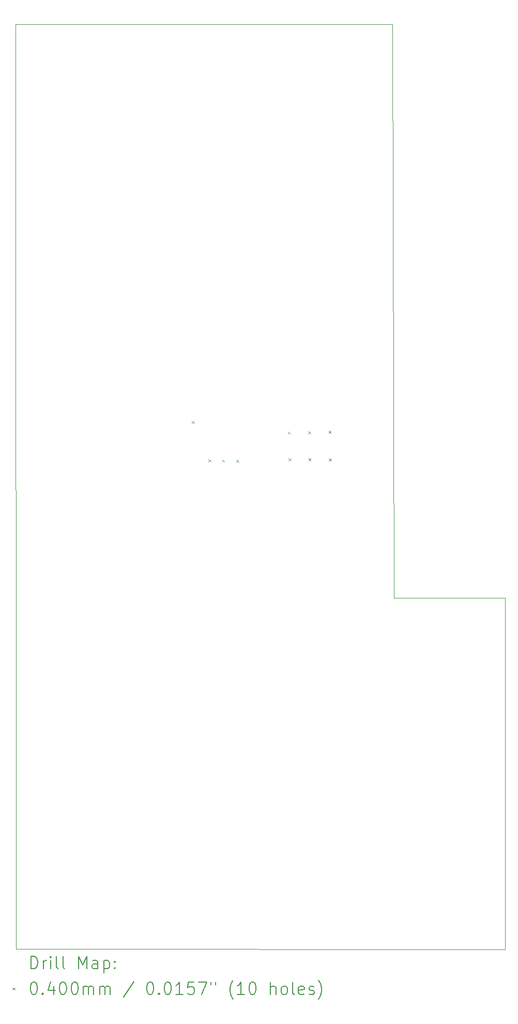
<source format=gbr>
%TF.GenerationSoftware,KiCad,Pcbnew,7.0.9*%
%TF.CreationDate,2024-01-08T16:14:44+05:30*%
%TF.ProjectId,Inverter,496e7665-7274-4657-922e-6b696361645f,rev?*%
%TF.SameCoordinates,Original*%
%TF.FileFunction,Drillmap*%
%TF.FilePolarity,Positive*%
%FSLAX45Y45*%
G04 Gerber Fmt 4.5, Leading zero omitted, Abs format (unit mm)*
G04 Created by KiCad (PCBNEW 7.0.9) date 2024-01-08 16:14:44*
%MOMM*%
%LPD*%
G01*
G04 APERTURE LIST*
%ADD10C,0.100000*%
%ADD11C,0.200000*%
G04 APERTURE END LIST*
D10*
X7520940Y-10642600D02*
X9342120Y-10650220D01*
X9344660Y-16393160D01*
X1330960Y-16383000D01*
X1320800Y-1267460D01*
X1323340Y-1267460D01*
X7495540Y-1267460D01*
X7520940Y-10642600D01*
D11*
D10*
X4211640Y-7754940D02*
X4251640Y-7794940D01*
X4251640Y-7754940D02*
X4211640Y-7794940D01*
X4483420Y-8377240D02*
X4523420Y-8417240D01*
X4523420Y-8377240D02*
X4483420Y-8417240D01*
X4706940Y-8382320D02*
X4746940Y-8422320D01*
X4746940Y-8382320D02*
X4706940Y-8422320D01*
X4940620Y-8384860D02*
X4980620Y-8424860D01*
X4980620Y-8384860D02*
X4940620Y-8424860D01*
X5781360Y-7925120D02*
X5821360Y-7965120D01*
X5821360Y-7925120D02*
X5781360Y-7965120D01*
X5791520Y-8364540D02*
X5831520Y-8404540D01*
X5831520Y-8364540D02*
X5791520Y-8404540D01*
X6116640Y-7920040D02*
X6156640Y-7960040D01*
X6156640Y-7920040D02*
X6116640Y-7960040D01*
X6119180Y-8364540D02*
X6159180Y-8404540D01*
X6159180Y-8364540D02*
X6119180Y-8404540D01*
X6449380Y-7912420D02*
X6489380Y-7952420D01*
X6489380Y-7912420D02*
X6449380Y-7952420D01*
X6457000Y-8367080D02*
X6497000Y-8407080D01*
X6497000Y-8367080D02*
X6457000Y-8407080D01*
D11*
X1576577Y-16709644D02*
X1576577Y-16509644D01*
X1576577Y-16509644D02*
X1624196Y-16509644D01*
X1624196Y-16509644D02*
X1652767Y-16519168D01*
X1652767Y-16519168D02*
X1671815Y-16538215D01*
X1671815Y-16538215D02*
X1681339Y-16557263D01*
X1681339Y-16557263D02*
X1690862Y-16595358D01*
X1690862Y-16595358D02*
X1690862Y-16623929D01*
X1690862Y-16623929D02*
X1681339Y-16662025D01*
X1681339Y-16662025D02*
X1671815Y-16681072D01*
X1671815Y-16681072D02*
X1652767Y-16700120D01*
X1652767Y-16700120D02*
X1624196Y-16709644D01*
X1624196Y-16709644D02*
X1576577Y-16709644D01*
X1776577Y-16709644D02*
X1776577Y-16576310D01*
X1776577Y-16614406D02*
X1786101Y-16595358D01*
X1786101Y-16595358D02*
X1795624Y-16585834D01*
X1795624Y-16585834D02*
X1814672Y-16576310D01*
X1814672Y-16576310D02*
X1833720Y-16576310D01*
X1900386Y-16709644D02*
X1900386Y-16576310D01*
X1900386Y-16509644D02*
X1890862Y-16519168D01*
X1890862Y-16519168D02*
X1900386Y-16528691D01*
X1900386Y-16528691D02*
X1909910Y-16519168D01*
X1909910Y-16519168D02*
X1900386Y-16509644D01*
X1900386Y-16509644D02*
X1900386Y-16528691D01*
X2024196Y-16709644D02*
X2005148Y-16700120D01*
X2005148Y-16700120D02*
X1995624Y-16681072D01*
X1995624Y-16681072D02*
X1995624Y-16509644D01*
X2128958Y-16709644D02*
X2109910Y-16700120D01*
X2109910Y-16700120D02*
X2100386Y-16681072D01*
X2100386Y-16681072D02*
X2100386Y-16509644D01*
X2357529Y-16709644D02*
X2357529Y-16509644D01*
X2357529Y-16509644D02*
X2424196Y-16652501D01*
X2424196Y-16652501D02*
X2490863Y-16509644D01*
X2490863Y-16509644D02*
X2490863Y-16709644D01*
X2671815Y-16709644D02*
X2671815Y-16604882D01*
X2671815Y-16604882D02*
X2662291Y-16585834D01*
X2662291Y-16585834D02*
X2643244Y-16576310D01*
X2643244Y-16576310D02*
X2605148Y-16576310D01*
X2605148Y-16576310D02*
X2586101Y-16585834D01*
X2671815Y-16700120D02*
X2652767Y-16709644D01*
X2652767Y-16709644D02*
X2605148Y-16709644D01*
X2605148Y-16709644D02*
X2586101Y-16700120D01*
X2586101Y-16700120D02*
X2576577Y-16681072D01*
X2576577Y-16681072D02*
X2576577Y-16662025D01*
X2576577Y-16662025D02*
X2586101Y-16642977D01*
X2586101Y-16642977D02*
X2605148Y-16633453D01*
X2605148Y-16633453D02*
X2652767Y-16633453D01*
X2652767Y-16633453D02*
X2671815Y-16623929D01*
X2767053Y-16576310D02*
X2767053Y-16776310D01*
X2767053Y-16585834D02*
X2786101Y-16576310D01*
X2786101Y-16576310D02*
X2824196Y-16576310D01*
X2824196Y-16576310D02*
X2843243Y-16585834D01*
X2843243Y-16585834D02*
X2852767Y-16595358D01*
X2852767Y-16595358D02*
X2862291Y-16614406D01*
X2862291Y-16614406D02*
X2862291Y-16671548D01*
X2862291Y-16671548D02*
X2852767Y-16690596D01*
X2852767Y-16690596D02*
X2843243Y-16700120D01*
X2843243Y-16700120D02*
X2824196Y-16709644D01*
X2824196Y-16709644D02*
X2786101Y-16709644D01*
X2786101Y-16709644D02*
X2767053Y-16700120D01*
X2948005Y-16690596D02*
X2957529Y-16700120D01*
X2957529Y-16700120D02*
X2948005Y-16709644D01*
X2948005Y-16709644D02*
X2938482Y-16700120D01*
X2938482Y-16700120D02*
X2948005Y-16690596D01*
X2948005Y-16690596D02*
X2948005Y-16709644D01*
X2948005Y-16585834D02*
X2957529Y-16595358D01*
X2957529Y-16595358D02*
X2948005Y-16604882D01*
X2948005Y-16604882D02*
X2938482Y-16595358D01*
X2938482Y-16595358D02*
X2948005Y-16585834D01*
X2948005Y-16585834D02*
X2948005Y-16604882D01*
D10*
X1275800Y-17018160D02*
X1315800Y-17058160D01*
X1315800Y-17018160D02*
X1275800Y-17058160D01*
D11*
X1614672Y-16929644D02*
X1633720Y-16929644D01*
X1633720Y-16929644D02*
X1652767Y-16939168D01*
X1652767Y-16939168D02*
X1662291Y-16948691D01*
X1662291Y-16948691D02*
X1671815Y-16967739D01*
X1671815Y-16967739D02*
X1681339Y-17005834D01*
X1681339Y-17005834D02*
X1681339Y-17053453D01*
X1681339Y-17053453D02*
X1671815Y-17091549D01*
X1671815Y-17091549D02*
X1662291Y-17110596D01*
X1662291Y-17110596D02*
X1652767Y-17120120D01*
X1652767Y-17120120D02*
X1633720Y-17129644D01*
X1633720Y-17129644D02*
X1614672Y-17129644D01*
X1614672Y-17129644D02*
X1595624Y-17120120D01*
X1595624Y-17120120D02*
X1586101Y-17110596D01*
X1586101Y-17110596D02*
X1576577Y-17091549D01*
X1576577Y-17091549D02*
X1567053Y-17053453D01*
X1567053Y-17053453D02*
X1567053Y-17005834D01*
X1567053Y-17005834D02*
X1576577Y-16967739D01*
X1576577Y-16967739D02*
X1586101Y-16948691D01*
X1586101Y-16948691D02*
X1595624Y-16939168D01*
X1595624Y-16939168D02*
X1614672Y-16929644D01*
X1767053Y-17110596D02*
X1776577Y-17120120D01*
X1776577Y-17120120D02*
X1767053Y-17129644D01*
X1767053Y-17129644D02*
X1757529Y-17120120D01*
X1757529Y-17120120D02*
X1767053Y-17110596D01*
X1767053Y-17110596D02*
X1767053Y-17129644D01*
X1948005Y-16996310D02*
X1948005Y-17129644D01*
X1900386Y-16920120D02*
X1852767Y-17062977D01*
X1852767Y-17062977D02*
X1976577Y-17062977D01*
X2090862Y-16929644D02*
X2109910Y-16929644D01*
X2109910Y-16929644D02*
X2128958Y-16939168D01*
X2128958Y-16939168D02*
X2138482Y-16948691D01*
X2138482Y-16948691D02*
X2148005Y-16967739D01*
X2148005Y-16967739D02*
X2157529Y-17005834D01*
X2157529Y-17005834D02*
X2157529Y-17053453D01*
X2157529Y-17053453D02*
X2148005Y-17091549D01*
X2148005Y-17091549D02*
X2138482Y-17110596D01*
X2138482Y-17110596D02*
X2128958Y-17120120D01*
X2128958Y-17120120D02*
X2109910Y-17129644D01*
X2109910Y-17129644D02*
X2090862Y-17129644D01*
X2090862Y-17129644D02*
X2071815Y-17120120D01*
X2071815Y-17120120D02*
X2062291Y-17110596D01*
X2062291Y-17110596D02*
X2052767Y-17091549D01*
X2052767Y-17091549D02*
X2043243Y-17053453D01*
X2043243Y-17053453D02*
X2043243Y-17005834D01*
X2043243Y-17005834D02*
X2052767Y-16967739D01*
X2052767Y-16967739D02*
X2062291Y-16948691D01*
X2062291Y-16948691D02*
X2071815Y-16939168D01*
X2071815Y-16939168D02*
X2090862Y-16929644D01*
X2281339Y-16929644D02*
X2300386Y-16929644D01*
X2300386Y-16929644D02*
X2319434Y-16939168D01*
X2319434Y-16939168D02*
X2328958Y-16948691D01*
X2328958Y-16948691D02*
X2338482Y-16967739D01*
X2338482Y-16967739D02*
X2348005Y-17005834D01*
X2348005Y-17005834D02*
X2348005Y-17053453D01*
X2348005Y-17053453D02*
X2338482Y-17091549D01*
X2338482Y-17091549D02*
X2328958Y-17110596D01*
X2328958Y-17110596D02*
X2319434Y-17120120D01*
X2319434Y-17120120D02*
X2300386Y-17129644D01*
X2300386Y-17129644D02*
X2281339Y-17129644D01*
X2281339Y-17129644D02*
X2262291Y-17120120D01*
X2262291Y-17120120D02*
X2252767Y-17110596D01*
X2252767Y-17110596D02*
X2243244Y-17091549D01*
X2243244Y-17091549D02*
X2233720Y-17053453D01*
X2233720Y-17053453D02*
X2233720Y-17005834D01*
X2233720Y-17005834D02*
X2243244Y-16967739D01*
X2243244Y-16967739D02*
X2252767Y-16948691D01*
X2252767Y-16948691D02*
X2262291Y-16939168D01*
X2262291Y-16939168D02*
X2281339Y-16929644D01*
X2433720Y-17129644D02*
X2433720Y-16996310D01*
X2433720Y-17015358D02*
X2443244Y-17005834D01*
X2443244Y-17005834D02*
X2462291Y-16996310D01*
X2462291Y-16996310D02*
X2490863Y-16996310D01*
X2490863Y-16996310D02*
X2509910Y-17005834D01*
X2509910Y-17005834D02*
X2519434Y-17024882D01*
X2519434Y-17024882D02*
X2519434Y-17129644D01*
X2519434Y-17024882D02*
X2528958Y-17005834D01*
X2528958Y-17005834D02*
X2548005Y-16996310D01*
X2548005Y-16996310D02*
X2576577Y-16996310D01*
X2576577Y-16996310D02*
X2595625Y-17005834D01*
X2595625Y-17005834D02*
X2605148Y-17024882D01*
X2605148Y-17024882D02*
X2605148Y-17129644D01*
X2700386Y-17129644D02*
X2700386Y-16996310D01*
X2700386Y-17015358D02*
X2709910Y-17005834D01*
X2709910Y-17005834D02*
X2728958Y-16996310D01*
X2728958Y-16996310D02*
X2757529Y-16996310D01*
X2757529Y-16996310D02*
X2776577Y-17005834D01*
X2776577Y-17005834D02*
X2786101Y-17024882D01*
X2786101Y-17024882D02*
X2786101Y-17129644D01*
X2786101Y-17024882D02*
X2795625Y-17005834D01*
X2795625Y-17005834D02*
X2814672Y-16996310D01*
X2814672Y-16996310D02*
X2843243Y-16996310D01*
X2843243Y-16996310D02*
X2862291Y-17005834D01*
X2862291Y-17005834D02*
X2871815Y-17024882D01*
X2871815Y-17024882D02*
X2871815Y-17129644D01*
X3262291Y-16920120D02*
X3090863Y-17177263D01*
X3519434Y-16929644D02*
X3538482Y-16929644D01*
X3538482Y-16929644D02*
X3557529Y-16939168D01*
X3557529Y-16939168D02*
X3567053Y-16948691D01*
X3567053Y-16948691D02*
X3576577Y-16967739D01*
X3576577Y-16967739D02*
X3586101Y-17005834D01*
X3586101Y-17005834D02*
X3586101Y-17053453D01*
X3586101Y-17053453D02*
X3576577Y-17091549D01*
X3576577Y-17091549D02*
X3567053Y-17110596D01*
X3567053Y-17110596D02*
X3557529Y-17120120D01*
X3557529Y-17120120D02*
X3538482Y-17129644D01*
X3538482Y-17129644D02*
X3519434Y-17129644D01*
X3519434Y-17129644D02*
X3500386Y-17120120D01*
X3500386Y-17120120D02*
X3490863Y-17110596D01*
X3490863Y-17110596D02*
X3481339Y-17091549D01*
X3481339Y-17091549D02*
X3471815Y-17053453D01*
X3471815Y-17053453D02*
X3471815Y-17005834D01*
X3471815Y-17005834D02*
X3481339Y-16967739D01*
X3481339Y-16967739D02*
X3490863Y-16948691D01*
X3490863Y-16948691D02*
X3500386Y-16939168D01*
X3500386Y-16939168D02*
X3519434Y-16929644D01*
X3671815Y-17110596D02*
X3681339Y-17120120D01*
X3681339Y-17120120D02*
X3671815Y-17129644D01*
X3671815Y-17129644D02*
X3662291Y-17120120D01*
X3662291Y-17120120D02*
X3671815Y-17110596D01*
X3671815Y-17110596D02*
X3671815Y-17129644D01*
X3805148Y-16929644D02*
X3824196Y-16929644D01*
X3824196Y-16929644D02*
X3843244Y-16939168D01*
X3843244Y-16939168D02*
X3852767Y-16948691D01*
X3852767Y-16948691D02*
X3862291Y-16967739D01*
X3862291Y-16967739D02*
X3871815Y-17005834D01*
X3871815Y-17005834D02*
X3871815Y-17053453D01*
X3871815Y-17053453D02*
X3862291Y-17091549D01*
X3862291Y-17091549D02*
X3852767Y-17110596D01*
X3852767Y-17110596D02*
X3843244Y-17120120D01*
X3843244Y-17120120D02*
X3824196Y-17129644D01*
X3824196Y-17129644D02*
X3805148Y-17129644D01*
X3805148Y-17129644D02*
X3786101Y-17120120D01*
X3786101Y-17120120D02*
X3776577Y-17110596D01*
X3776577Y-17110596D02*
X3767053Y-17091549D01*
X3767053Y-17091549D02*
X3757529Y-17053453D01*
X3757529Y-17053453D02*
X3757529Y-17005834D01*
X3757529Y-17005834D02*
X3767053Y-16967739D01*
X3767053Y-16967739D02*
X3776577Y-16948691D01*
X3776577Y-16948691D02*
X3786101Y-16939168D01*
X3786101Y-16939168D02*
X3805148Y-16929644D01*
X4062291Y-17129644D02*
X3948006Y-17129644D01*
X4005148Y-17129644D02*
X4005148Y-16929644D01*
X4005148Y-16929644D02*
X3986101Y-16958215D01*
X3986101Y-16958215D02*
X3967053Y-16977263D01*
X3967053Y-16977263D02*
X3948006Y-16986787D01*
X4243244Y-16929644D02*
X4148006Y-16929644D01*
X4148006Y-16929644D02*
X4138482Y-17024882D01*
X4138482Y-17024882D02*
X4148006Y-17015358D01*
X4148006Y-17015358D02*
X4167053Y-17005834D01*
X4167053Y-17005834D02*
X4214672Y-17005834D01*
X4214672Y-17005834D02*
X4233720Y-17015358D01*
X4233720Y-17015358D02*
X4243244Y-17024882D01*
X4243244Y-17024882D02*
X4252768Y-17043930D01*
X4252768Y-17043930D02*
X4252768Y-17091549D01*
X4252768Y-17091549D02*
X4243244Y-17110596D01*
X4243244Y-17110596D02*
X4233720Y-17120120D01*
X4233720Y-17120120D02*
X4214672Y-17129644D01*
X4214672Y-17129644D02*
X4167053Y-17129644D01*
X4167053Y-17129644D02*
X4148006Y-17120120D01*
X4148006Y-17120120D02*
X4138482Y-17110596D01*
X4319434Y-16929644D02*
X4452768Y-16929644D01*
X4452768Y-16929644D02*
X4367053Y-17129644D01*
X4519434Y-16929644D02*
X4519434Y-16967739D01*
X4595625Y-16929644D02*
X4595625Y-16967739D01*
X4890863Y-17205834D02*
X4881339Y-17196310D01*
X4881339Y-17196310D02*
X4862291Y-17167739D01*
X4862291Y-17167739D02*
X4852768Y-17148691D01*
X4852768Y-17148691D02*
X4843244Y-17120120D01*
X4843244Y-17120120D02*
X4833720Y-17072501D01*
X4833720Y-17072501D02*
X4833720Y-17034406D01*
X4833720Y-17034406D02*
X4843244Y-16986787D01*
X4843244Y-16986787D02*
X4852768Y-16958215D01*
X4852768Y-16958215D02*
X4862291Y-16939168D01*
X4862291Y-16939168D02*
X4881339Y-16910596D01*
X4881339Y-16910596D02*
X4890863Y-16901072D01*
X5071815Y-17129644D02*
X4957530Y-17129644D01*
X5014672Y-17129644D02*
X5014672Y-16929644D01*
X5014672Y-16929644D02*
X4995625Y-16958215D01*
X4995625Y-16958215D02*
X4976577Y-16977263D01*
X4976577Y-16977263D02*
X4957530Y-16986787D01*
X5195625Y-16929644D02*
X5214672Y-16929644D01*
X5214672Y-16929644D02*
X5233720Y-16939168D01*
X5233720Y-16939168D02*
X5243244Y-16948691D01*
X5243244Y-16948691D02*
X5252768Y-16967739D01*
X5252768Y-16967739D02*
X5262291Y-17005834D01*
X5262291Y-17005834D02*
X5262291Y-17053453D01*
X5262291Y-17053453D02*
X5252768Y-17091549D01*
X5252768Y-17091549D02*
X5243244Y-17110596D01*
X5243244Y-17110596D02*
X5233720Y-17120120D01*
X5233720Y-17120120D02*
X5214672Y-17129644D01*
X5214672Y-17129644D02*
X5195625Y-17129644D01*
X5195625Y-17129644D02*
X5176577Y-17120120D01*
X5176577Y-17120120D02*
X5167053Y-17110596D01*
X5167053Y-17110596D02*
X5157530Y-17091549D01*
X5157530Y-17091549D02*
X5148006Y-17053453D01*
X5148006Y-17053453D02*
X5148006Y-17005834D01*
X5148006Y-17005834D02*
X5157530Y-16967739D01*
X5157530Y-16967739D02*
X5167053Y-16948691D01*
X5167053Y-16948691D02*
X5176577Y-16939168D01*
X5176577Y-16939168D02*
X5195625Y-16929644D01*
X5500387Y-17129644D02*
X5500387Y-16929644D01*
X5586101Y-17129644D02*
X5586101Y-17024882D01*
X5586101Y-17024882D02*
X5576577Y-17005834D01*
X5576577Y-17005834D02*
X5557530Y-16996310D01*
X5557530Y-16996310D02*
X5528958Y-16996310D01*
X5528958Y-16996310D02*
X5509911Y-17005834D01*
X5509911Y-17005834D02*
X5500387Y-17015358D01*
X5709910Y-17129644D02*
X5690863Y-17120120D01*
X5690863Y-17120120D02*
X5681339Y-17110596D01*
X5681339Y-17110596D02*
X5671815Y-17091549D01*
X5671815Y-17091549D02*
X5671815Y-17034406D01*
X5671815Y-17034406D02*
X5681339Y-17015358D01*
X5681339Y-17015358D02*
X5690863Y-17005834D01*
X5690863Y-17005834D02*
X5709910Y-16996310D01*
X5709910Y-16996310D02*
X5738482Y-16996310D01*
X5738482Y-16996310D02*
X5757530Y-17005834D01*
X5757530Y-17005834D02*
X5767053Y-17015358D01*
X5767053Y-17015358D02*
X5776577Y-17034406D01*
X5776577Y-17034406D02*
X5776577Y-17091549D01*
X5776577Y-17091549D02*
X5767053Y-17110596D01*
X5767053Y-17110596D02*
X5757530Y-17120120D01*
X5757530Y-17120120D02*
X5738482Y-17129644D01*
X5738482Y-17129644D02*
X5709910Y-17129644D01*
X5890863Y-17129644D02*
X5871815Y-17120120D01*
X5871815Y-17120120D02*
X5862291Y-17101072D01*
X5862291Y-17101072D02*
X5862291Y-16929644D01*
X6043244Y-17120120D02*
X6024196Y-17129644D01*
X6024196Y-17129644D02*
X5986101Y-17129644D01*
X5986101Y-17129644D02*
X5967053Y-17120120D01*
X5967053Y-17120120D02*
X5957530Y-17101072D01*
X5957530Y-17101072D02*
X5957530Y-17024882D01*
X5957530Y-17024882D02*
X5967053Y-17005834D01*
X5967053Y-17005834D02*
X5986101Y-16996310D01*
X5986101Y-16996310D02*
X6024196Y-16996310D01*
X6024196Y-16996310D02*
X6043244Y-17005834D01*
X6043244Y-17005834D02*
X6052768Y-17024882D01*
X6052768Y-17024882D02*
X6052768Y-17043930D01*
X6052768Y-17043930D02*
X5957530Y-17062977D01*
X6128958Y-17120120D02*
X6148006Y-17129644D01*
X6148006Y-17129644D02*
X6186101Y-17129644D01*
X6186101Y-17129644D02*
X6205149Y-17120120D01*
X6205149Y-17120120D02*
X6214672Y-17101072D01*
X6214672Y-17101072D02*
X6214672Y-17091549D01*
X6214672Y-17091549D02*
X6205149Y-17072501D01*
X6205149Y-17072501D02*
X6186101Y-17062977D01*
X6186101Y-17062977D02*
X6157530Y-17062977D01*
X6157530Y-17062977D02*
X6138482Y-17053453D01*
X6138482Y-17053453D02*
X6128958Y-17034406D01*
X6128958Y-17034406D02*
X6128958Y-17024882D01*
X6128958Y-17024882D02*
X6138482Y-17005834D01*
X6138482Y-17005834D02*
X6157530Y-16996310D01*
X6157530Y-16996310D02*
X6186101Y-16996310D01*
X6186101Y-16996310D02*
X6205149Y-17005834D01*
X6281339Y-17205834D02*
X6290863Y-17196310D01*
X6290863Y-17196310D02*
X6309911Y-17167739D01*
X6309911Y-17167739D02*
X6319434Y-17148691D01*
X6319434Y-17148691D02*
X6328958Y-17120120D01*
X6328958Y-17120120D02*
X6338482Y-17072501D01*
X6338482Y-17072501D02*
X6338482Y-17034406D01*
X6338482Y-17034406D02*
X6328958Y-16986787D01*
X6328958Y-16986787D02*
X6319434Y-16958215D01*
X6319434Y-16958215D02*
X6309911Y-16939168D01*
X6309911Y-16939168D02*
X6290863Y-16910596D01*
X6290863Y-16910596D02*
X6281339Y-16901072D01*
M02*

</source>
